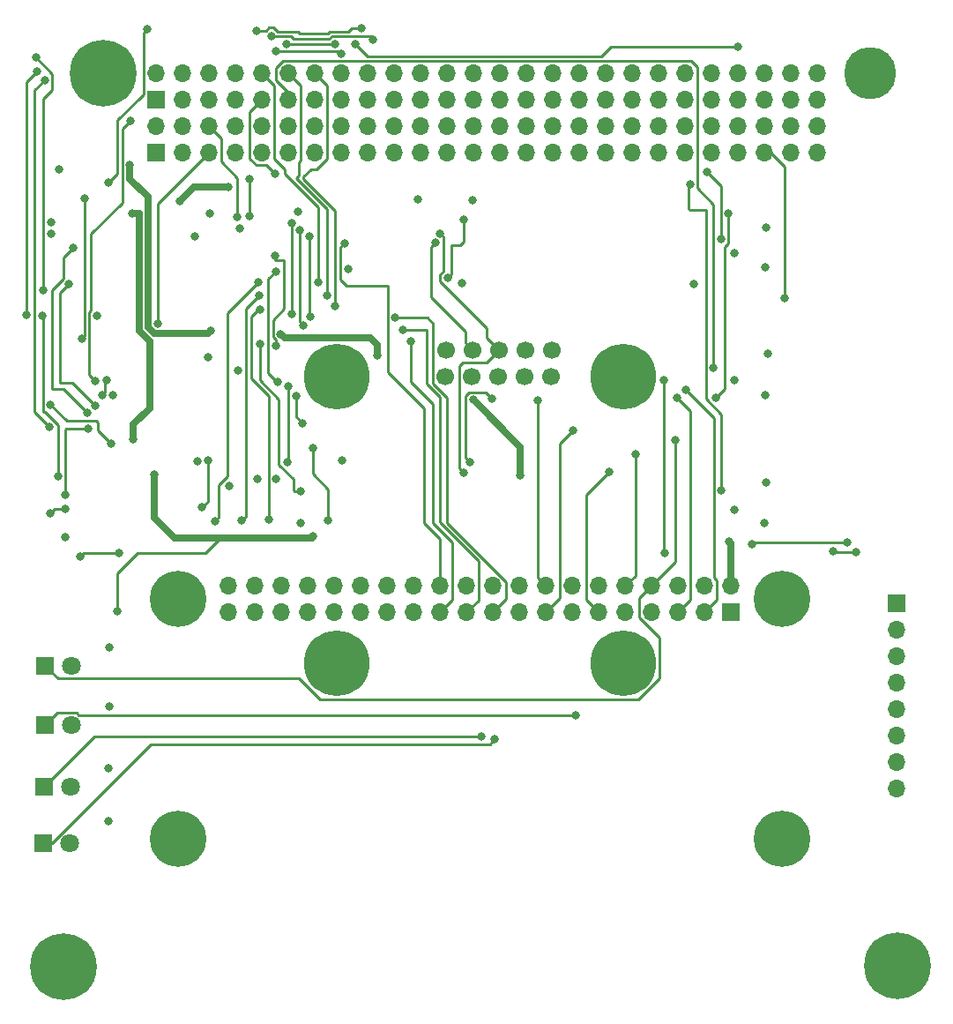
<source format=gbl>
%TF.GenerationSoftware,KiCad,Pcbnew,(6.0.5-0)*%
%TF.CreationDate,2022-05-22T21:56:00-04:00*%
%TF.ProjectId,Payload Board,5061796c-6f61-4642-9042-6f6172642e6b,rev?*%
%TF.SameCoordinates,Original*%
%TF.FileFunction,Copper,L4,Bot*%
%TF.FilePolarity,Positive*%
%FSLAX46Y46*%
G04 Gerber Fmt 4.6, Leading zero omitted, Abs format (unit mm)*
G04 Created by KiCad (PCBNEW (6.0.5-0)) date 2022-05-22 21:56:00*
%MOMM*%
%LPD*%
G01*
G04 APERTURE LIST*
%TA.AperFunction,ComponentPad*%
%ADD10C,5.400000*%
%TD*%
%TA.AperFunction,ComponentPad*%
%ADD11R,1.700000X1.700000*%
%TD*%
%TA.AperFunction,ComponentPad*%
%ADD12O,1.700000X1.700000*%
%TD*%
%TA.AperFunction,ComponentPad*%
%ADD13C,1.700000*%
%TD*%
%TA.AperFunction,ComponentPad*%
%ADD14C,6.300000*%
%TD*%
%TA.AperFunction,ComponentPad*%
%ADD15C,5.000000*%
%TD*%
%TA.AperFunction,ComponentPad*%
%ADD16C,6.400000*%
%TD*%
%TA.AperFunction,ComponentPad*%
%ADD17R,1.800000X1.800000*%
%TD*%
%TA.AperFunction,ComponentPad*%
%ADD18C,1.800000*%
%TD*%
%TA.AperFunction,ViaPad*%
%ADD19C,0.800000*%
%TD*%
%TA.AperFunction,Conductor*%
%ADD20C,0.250000*%
%TD*%
%TA.AperFunction,Conductor*%
%ADD21C,0.635000*%
%TD*%
G04 APERTURE END LIST*
D10*
%TO.P,U1,*%
%TO.N,*%
X125500000Y-133950000D03*
X67500000Y-110950000D03*
X67500000Y-133950000D03*
X125500000Y-110950000D03*
D11*
%TO.P,U1,1,3V3_power*%
%TO.N,+3V3*%
X120630000Y-112220000D03*
D12*
%TO.P,U1,2,5vV_Power*%
%TO.N,+5V*%
X120630000Y-109680000D03*
%TO.P,U1,3,BCM_2_(SDA)*%
%TO.N,BCM_2_(SDA)*%
X118090000Y-112220000D03*
%TO.P,U1,4,5vV_Power*%
%TO.N,+5V*%
X118090000Y-109680000D03*
%TO.P,U1,5,BCM_3_(SCL)*%
%TO.N,BCM_3_(SCL)*%
X115550000Y-112220000D03*
%TO.P,U1,6,GND*%
%TO.N,GND*%
X115550000Y-109680000D03*
%TO.P,U1,7,BCM_4_(GPCLKO)*%
%TO.N,unconnected-(U1-Pad7)*%
X113010000Y-112220000D03*
%TO.P,U1,8,BCM_14_(TxD)*%
%TO.N,BCM_14_(TxD)*%
X113010000Y-109680000D03*
%TO.P,U1,9,GND*%
%TO.N,GND*%
X110470000Y-112220000D03*
%TO.P,U1,10,BCM_15_(RxD)*%
%TO.N,BCM_15_(RxD)*%
X110470000Y-109680000D03*
%TO.P,U1,11,BCM_17*%
%TO.N,BCM_17*%
X107930000Y-112220000D03*
%TO.P,U1,12,BCM_18_(PWMO)*%
%TO.N,unconnected-(U1-Pad12)*%
X107930000Y-109680000D03*
%TO.P,U1,13,BCM_27*%
%TO.N,BCM_27*%
X105390000Y-112220000D03*
%TO.P,U1,14,GND*%
%TO.N,GND*%
X105390000Y-109680000D03*
%TO.P,U1,15,BCM_22*%
%TO.N,BCM_22*%
X102850000Y-112220000D03*
%TO.P,U1,16,BCM_23*%
%TO.N,BCM_23*%
X102850000Y-109680000D03*
%TO.P,U1,17,3V3_power*%
%TO.N,+3V3*%
X100310000Y-112220000D03*
%TO.P,U1,18,BCM_24*%
%TO.N,unconnected-(U1-Pad18)*%
X100310000Y-109680000D03*
%TO.P,U1,19,BCM_10_(MOSI)*%
%TO.N,BCM_10_(MOSI)*%
X97770000Y-112220000D03*
%TO.P,U1,20,GND*%
%TO.N,GND*%
X97770000Y-109680000D03*
%TO.P,U1,21,BCM_9_(MISO)*%
%TO.N,BCM_9_(MISO)*%
X95230000Y-112220000D03*
%TO.P,U1,22,BCM_25*%
%TO.N,BCM_25*%
X95230000Y-109680000D03*
%TO.P,U1,23,BCM_11_(SCLK)*%
%TO.N,BCM_11_(SCLK)*%
X92690000Y-112220000D03*
%TO.P,U1,24,BCM_8_(CE0)*%
%TO.N,BCM_8_(CE0)*%
X92690000Y-109680000D03*
%TO.P,U1,25,GND*%
%TO.N,GND*%
X90150000Y-112220000D03*
%TO.P,U1,26,BCM_7_(CE1)*%
%TO.N,unconnected-(U1-Pad26)*%
X90150000Y-109680000D03*
%TO.P,U1,27,BCM_0_(ID_SD)*%
%TO.N,unconnected-(U1-Pad27)*%
X87610000Y-112220000D03*
%TO.P,U1,28,BCN_l_(ID_SC)*%
%TO.N,unconnected-(U1-Pad28)*%
X87610000Y-109680000D03*
%TO.P,U1,29,BCM_5*%
%TO.N,unconnected-(U1-Pad29)*%
X85070000Y-112220000D03*
%TO.P,U1,30,GND*%
%TO.N,GND*%
X85070000Y-109680000D03*
%TO.P,U1,31,BCM_6*%
%TO.N,unconnected-(U1-Pad31)*%
X82530000Y-112220000D03*
%TO.P,U1,32,BCM_12_(PWM0)*%
%TO.N,unconnected-(U1-Pad32)*%
X82530000Y-109680000D03*
%TO.P,U1,33,BCM_13_(PWM1)*%
%TO.N,unconnected-(U1-Pad33)*%
X79990000Y-112220000D03*
%TO.P,U1,34,GND*%
%TO.N,unconnected-(U1-Pad34)*%
X79990000Y-109680000D03*
%TO.P,U1,35,BCM_19_(MISO)*%
%TO.N,unconnected-(U1-Pad35)*%
X77450000Y-112220000D03*
%TO.P,U1,36,BCM_16*%
%TO.N,H2_14*%
X77450000Y-109680000D03*
%TO.P,U1,37,BCM_26*%
%TO.N,unconnected-(U1-Pad37)*%
X74910000Y-112220000D03*
%TO.P,U1,38,BCM_20_(MOSI)*%
%TO.N,H2_12*%
X74910000Y-109680000D03*
%TO.P,U1,39,GND*%
%TO.N,GND*%
X72370000Y-112220000D03*
%TO.P,U1,40,BCM_21_(SCLK)*%
%TO.N,H2_10*%
X72370000Y-109680000D03*
%TD*%
D13*
%TO.P,U7,*%
%TO.N,*%
X103380000Y-89590000D03*
X93220000Y-89590000D03*
X100840000Y-89590000D03*
D14*
X110280000Y-117090000D03*
X110280000Y-89590000D03*
D13*
X95760000Y-89590000D03*
D14*
X82780000Y-117090000D03*
D13*
X98300000Y-89590000D03*
D14*
X82780000Y-89590000D03*
D13*
%TO.P,U7,1,+5v*%
%TO.N,+5V*%
X93258334Y-87072480D03*
%TO.P,U7,2,Tx*%
%TO.N,Rx*%
X95798334Y-87072480D03*
%TO.P,U7,3,Rx*%
%TO.N,Tx*%
X98338334Y-87072480D03*
%TO.P,U7,4,GND*%
%TO.N,GND*%
X100878334Y-87072480D03*
%TO.P,U7,5,RST*%
%TO.N,BCM_23*%
X103418334Y-87072480D03*
%TD*%
D11*
%TO.P,J1,1,Pin_1*%
%TO.N,+5V*%
X136580000Y-111370000D03*
D12*
%TO.P,J1,2,Pin_2*%
%TO.N,+3V3*%
X136580000Y-113910000D03*
%TO.P,J1,3,Pin_3*%
%TO.N,H2_14*%
X136580000Y-116450000D03*
%TO.P,J1,4,Pin_4*%
%TO.N,H2_12*%
X136580000Y-118990000D03*
%TO.P,J1,5,Pin_5*%
%TO.N,H2_10*%
X136580000Y-121530000D03*
%TO.P,J1,6,Pin_6*%
%TO.N,BCM_14_(TxD)*%
X136580000Y-124070000D03*
%TO.P,J1,7,Pin_7*%
%TO.N,BCM_15_(RxD)*%
X136580000Y-126610000D03*
%TO.P,J1,8,Pin_8*%
%TO.N,GND*%
X136580000Y-129150000D03*
%TD*%
D11*
%TO.P,H1,1,Pin_1*%
%TO.N,unconnected-(H1-Pad1)*%
X65448128Y-68081662D03*
D12*
%TO.P,H1,2,Pin_2*%
%TO.N,unconnected-(H1-Pad2)*%
X65448128Y-65541662D03*
%TO.P,H1,3,Pin_3*%
%TO.N,unconnected-(H1-Pad3)*%
X67988128Y-68081662D03*
%TO.P,H1,4,Pin_4*%
%TO.N,unconnected-(H1-Pad4)*%
X67988128Y-65531662D03*
%TO.P,H1,5,Pin_5*%
%TO.N,H1_5*%
X70528128Y-68081662D03*
%TO.P,H1,6,Pin_6*%
%TO.N,H1_6*%
X70528128Y-65531662D03*
%TO.P,H1,7,Pin_7*%
%TO.N,H1_7*%
X73068128Y-68081662D03*
%TO.P,H1,8,Pin_8*%
%TO.N,H1_8*%
X73068128Y-65531662D03*
%TO.P,H1,9,Pin_9*%
%TO.N,unconnected-(H1-Pad9)*%
X75608128Y-68081662D03*
%TO.P,H1,10,Pin_10*%
%TO.N,unconnected-(H1-Pad10)*%
X75608128Y-65531662D03*
%TO.P,H1,11,Pin_11*%
%TO.N,unconnected-(H1-Pad11)*%
X78148128Y-68081662D03*
%TO.P,H1,12,Pin_12*%
%TO.N,unconnected-(H1-Pad12)*%
X78148128Y-65531662D03*
%TO.P,H1,13,Pin_13*%
%TO.N,GND*%
X80688128Y-68081662D03*
%TO.P,H1,14,Pin_14*%
%TO.N,unconnected-(H1-Pad14)*%
X80688128Y-65531662D03*
%TO.P,H1,15,Pin_15*%
%TO.N,unconnected-(H1-Pad15)*%
X83228128Y-68081662D03*
%TO.P,H1,16,Pin_16*%
%TO.N,unconnected-(H1-Pad16)*%
X83228128Y-65531662D03*
%TO.P,H1,17,Pin_17*%
%TO.N,unconnected-(H1-Pad17)*%
X85768128Y-68081662D03*
%TO.P,H1,18,Pin_18*%
%TO.N,unconnected-(H1-Pad18)*%
X85768128Y-65531662D03*
%TO.P,H1,19,Pin_19*%
%TO.N,unconnected-(H1-Pad19)*%
X88308128Y-68081662D03*
%TO.P,H1,20,Pin_20*%
%TO.N,unconnected-(H1-Pad20)*%
X88308128Y-65531662D03*
%TO.P,H1,21,Pin_21*%
%TO.N,unconnected-(H1-Pad21)*%
X90848128Y-68081662D03*
%TO.P,H1,22,Pin_22*%
%TO.N,unconnected-(H1-Pad22)*%
X90848128Y-65531662D03*
%TO.P,H1,23,Pin_23*%
%TO.N,unconnected-(H1-Pad23)*%
X93388128Y-68081662D03*
%TO.P,H1,24,Pin_24*%
%TO.N,unconnected-(H1-Pad24)*%
X93388128Y-65531662D03*
%TO.P,H1,25,Pin_25*%
%TO.N,unconnected-(H1-Pad25)*%
X95928128Y-68081662D03*
%TO.P,H1,26,Pin_26*%
%TO.N,unconnected-(H1-Pad26)*%
X95928128Y-65531662D03*
%TO.P,H1,27,Pin_27*%
%TO.N,unconnected-(H1-Pad27)*%
X98468128Y-68081662D03*
%TO.P,H1,28,Pin_28*%
%TO.N,unconnected-(H1-Pad28)*%
X98468128Y-65531662D03*
%TO.P,H1,29,Pin_29*%
%TO.N,unconnected-(H1-Pad29)*%
X101008128Y-68081662D03*
%TO.P,H1,30,Pin_30*%
%TO.N,unconnected-(H1-Pad30)*%
X101008128Y-65531662D03*
%TO.P,H1,31,Pin_31*%
%TO.N,unconnected-(H1-Pad31)*%
X103548128Y-68081662D03*
%TO.P,H1,32,Pin_32*%
%TO.N,unconnected-(H1-Pad32)*%
X103548128Y-65531662D03*
%TO.P,H1,33,Pin_33*%
%TO.N,unconnected-(H1-Pad33)*%
X106088128Y-68081662D03*
%TO.P,H1,34,Pin_34*%
%TO.N,unconnected-(H1-Pad34)*%
X106088128Y-65531662D03*
%TO.P,H1,35,Pin_35*%
%TO.N,unconnected-(H1-Pad35)*%
X108628128Y-68081662D03*
%TO.P,H1,36,Pin_36*%
%TO.N,unconnected-(H1-Pad36)*%
X108628128Y-65531662D03*
%TO.P,H1,37,Pin_37*%
%TO.N,unconnected-(H1-Pad37)*%
X111168128Y-68081662D03*
%TO.P,H1,38,Pin_38*%
%TO.N,unconnected-(H1-Pad38)*%
X111168128Y-65531662D03*
%TO.P,H1,39,Pin_39*%
%TO.N,unconnected-(H1-Pad39)*%
X113708128Y-68081662D03*
%TO.P,H1,40,Pin_40*%
%TO.N,unconnected-(H1-Pad40)*%
X113708128Y-65531662D03*
%TO.P,H1,41,Pin_41*%
%TO.N,unconnected-(H1-Pad41)*%
X116248128Y-68081662D03*
%TO.P,H1,42,Pin_42*%
%TO.N,GND*%
X116248128Y-65531662D03*
%TO.P,H1,43,Pin_43*%
%TO.N,unconnected-(H1-Pad43)*%
X118788128Y-68081662D03*
%TO.P,H1,44,Pin_44*%
%TO.N,unconnected-(H1-Pad44)*%
X118788128Y-65531662D03*
%TO.P,H1,45,Pin_45*%
%TO.N,H1_45*%
X121328128Y-68081662D03*
%TO.P,H1,46,Pin_46*%
%TO.N,GND*%
X121328128Y-65531662D03*
%TO.P,H1,47,Pin_47*%
%TO.N,H1_47*%
X123868128Y-68081662D03*
%TO.P,H1,48,Pin_48*%
%TO.N,unconnected-(H1-Pad48)*%
X123868128Y-65531662D03*
%TO.P,H1,49,Pin_49*%
%TO.N,unconnected-(H1-Pad49)*%
X126408128Y-68081662D03*
%TO.P,H1,50,Pin_50*%
%TO.N,GND*%
X126408128Y-65531662D03*
%TO.P,H1,51,Pin_51*%
%TO.N,5v_IC_power*%
X128948128Y-68081662D03*
%TO.P,H1,52,Pin_52*%
%TO.N,unconnected-(H1-Pad52)*%
X128948128Y-65531662D03*
%TD*%
D11*
%TO.P,H2,1,Pin_1*%
%TO.N,unconnected-(H2-Pad1)*%
X65448128Y-63001662D03*
D12*
%TO.P,H2,2,Pin_2*%
%TO.N,GND*%
X65448128Y-60461662D03*
%TO.P,H2,3,Pin_3*%
%TO.N,unconnected-(H2-Pad3)*%
X67988128Y-63001662D03*
%TO.P,H2,4,Pin_4*%
%TO.N,unconnected-(H2-Pad4)*%
X67988128Y-60451662D03*
%TO.P,H2,5,Pin_5*%
%TO.N,unconnected-(H2-Pad5)*%
X70528128Y-63001662D03*
%TO.P,H2,6,Pin_6*%
%TO.N,unconnected-(H2-Pad6)*%
X70528128Y-60451662D03*
%TO.P,H2,7,Pin_7*%
%TO.N,unconnected-(H2-Pad7)*%
X73068128Y-63001662D03*
%TO.P,H2,8,Pin_8*%
%TO.N,unconnected-(H2-Pad8)*%
X73068128Y-60451662D03*
%TO.P,H2,9,Pin_9*%
%TO.N,H2_9*%
X75608128Y-63001662D03*
%TO.P,H2,10,Pin_10*%
%TO.N,H2_10*%
X75608128Y-60451662D03*
%TO.P,H2,11,Pin_11*%
%TO.N,H2_11*%
X78148128Y-63001662D03*
%TO.P,H2,12,Pin_12*%
%TO.N,H2_12*%
X78148128Y-60451662D03*
%TO.P,H2,13,Pin_13*%
%TO.N,H2_13*%
X80688128Y-63001662D03*
%TO.P,H2,14,Pin_14*%
%TO.N,H2_14*%
X80688128Y-60451662D03*
%TO.P,H2,15,Pin_15*%
%TO.N,GND*%
X83228128Y-63001662D03*
%TO.P,H2,16,Pin_16*%
%TO.N,H2_16*%
X83228128Y-60451662D03*
%TO.P,H2,17,Pin_17*%
%TO.N,H2_17*%
X85768128Y-63001662D03*
%TO.P,H2,18,Pin_18*%
%TO.N,H2_18*%
X85768128Y-60451662D03*
%TO.P,H2,19,Pin_19*%
%TO.N,unconnected-(H2-Pad19)*%
X88308128Y-63001662D03*
%TO.P,H2,20,Pin_20*%
%TO.N,H2_20*%
X88308128Y-60451662D03*
%TO.P,H2,21,Pin_21*%
%TO.N,unconnected-(H2-Pad21)*%
X90848128Y-63001662D03*
%TO.P,H2,22,Pin_22*%
%TO.N,unconnected-(H2-Pad22)*%
X90848128Y-60451662D03*
%TO.P,H2,23,Pin_23*%
%TO.N,unconnected-(H2-Pad23)*%
X93388128Y-63001662D03*
%TO.P,H2,24,Pin_24*%
%TO.N,unconnected-(H2-Pad24)*%
X93388128Y-60451662D03*
%TO.P,H2,25,Pin_25*%
%TO.N,unconnected-(H2-Pad25)*%
X95928128Y-63001662D03*
%TO.P,H2,26,Pin_26*%
%TO.N,unconnected-(H2-Pad26)*%
X95928128Y-60451662D03*
%TO.P,H2,27,Pin_27*%
%TO.N,unconnected-(H2-Pad27)*%
X98468128Y-63001662D03*
%TO.P,H2,28,Pin_28*%
%TO.N,unconnected-(H2-Pad28)*%
X98468128Y-60451662D03*
%TO.P,H2,29,Pin_29*%
%TO.N,GND*%
X101008128Y-63001662D03*
%TO.P,H2,30,Pin_30*%
X101008128Y-60451662D03*
%TO.P,H2,31,Pin_31*%
X103548128Y-63001662D03*
%TO.P,H2,32,Pin_32*%
X103548128Y-60451662D03*
%TO.P,H2,33,Pin_33*%
%TO.N,unconnected-(H2-Pad33)*%
X106088128Y-63001662D03*
%TO.P,H2,34,Pin_34*%
%TO.N,unconnected-(H2-Pad34)*%
X106088128Y-60451662D03*
%TO.P,H2,35,Pin_35*%
%TO.N,unconnected-(H2-Pad35)*%
X108628128Y-63001662D03*
%TO.P,H2,36,Pin_36*%
%TO.N,unconnected-(H2-Pad36)*%
X108628128Y-60451662D03*
%TO.P,H2,37,Pin_37*%
%TO.N,unconnected-(H2-Pad37)*%
X111168128Y-63001662D03*
%TO.P,H2,38,Pin_38*%
%TO.N,unconnected-(H2-Pad38)*%
X111168128Y-60451662D03*
%TO.P,H2,39,Pin_39*%
%TO.N,unconnected-(H2-Pad39)*%
X113708128Y-63001662D03*
%TO.P,H2,40,Pin_40*%
%TO.N,unconnected-(H2-Pad40)*%
X113708128Y-60451662D03*
%TO.P,H2,41,Pin_41*%
%TO.N,unconnected-(H2-Pad41)*%
X116248128Y-63001662D03*
%TO.P,H2,42,Pin_42*%
%TO.N,unconnected-(H2-Pad42)*%
X116248128Y-60451662D03*
%TO.P,H2,43,Pin_43*%
%TO.N,unconnected-(H2-Pad43)*%
X118788128Y-63001662D03*
%TO.P,H2,44,Pin_44*%
%TO.N,unconnected-(H2-Pad44)*%
X118788128Y-60451662D03*
%TO.P,H2,45,Pin_45*%
%TO.N,unconnected-(H2-Pad45)*%
X121328128Y-63001662D03*
%TO.P,H2,46,Pin_46*%
%TO.N,unconnected-(H2-Pad46)*%
X121328128Y-60451662D03*
%TO.P,H2,47,Pin_47*%
%TO.N,unconnected-(H2-Pad47)*%
X123868128Y-63001662D03*
%TO.P,H2,48,Pin_48*%
%TO.N,unconnected-(H2-Pad48)*%
X123868128Y-60451662D03*
%TO.P,H2,49,Pin_49*%
%TO.N,unconnected-(H2-Pad49)*%
X126408128Y-63001662D03*
%TO.P,H2,50,Pin_50*%
%TO.N,unconnected-(H2-Pad50)*%
X126408128Y-60451662D03*
%TO.P,H2,51,Pin_51*%
%TO.N,unconnected-(H2-Pad51)*%
X128948128Y-63001662D03*
%TO.P,H2,52,Pin_52*%
%TO.N,unconnected-(H2-Pad52)*%
X128948128Y-60451662D03*
%TD*%
D15*
%TO.P,REF\u002A\u002A,*%
%TO.N,GND*%
X134028128Y-60461662D03*
%TD*%
D16*
%TO.P,REF\u002A\u002A,*%
%TO.N,GND*%
X60368128Y-60461662D03*
%TD*%
D17*
%TO.P,D3,1,K*%
%TO.N,Tx*%
X54673334Y-128972480D03*
D18*
%TO.P,D3,2,A*%
%TO.N,Net-(D3-Pad2)*%
X57213334Y-128972480D03*
%TD*%
D16*
%TO.P,REF\u002A\u002A,*%
%TO.N,GND*%
X56558128Y-146186662D03*
%TD*%
D17*
%TO.P,D1,1,K*%
%TO.N,BCM_14_(TxD)*%
X54773334Y-117322480D03*
D18*
%TO.P,D1,2,A*%
%TO.N,Net-(D1-Pad2)*%
X57313334Y-117322480D03*
%TD*%
D16*
%TO.P,REF\u002A\u002A,*%
%TO.N,GND*%
X136603128Y-146126662D03*
%TD*%
D17*
%TO.P,D2,1,K*%
%TO.N,BCM_15_(RxD)*%
X54743334Y-123062480D03*
D18*
%TO.P,D2,2,A*%
%TO.N,Net-(D2-Pad2)*%
X57283334Y-123062480D03*
%TD*%
D17*
%TO.P,D4,1,K*%
%TO.N,Rx*%
X54593334Y-134412480D03*
D18*
%TO.P,D4,2,A*%
%TO.N,Net-(D4-Pad2)*%
X57133334Y-134412480D03*
%TD*%
D19*
%TO.N,GND*%
X124050000Y-99730000D03*
X56718323Y-105002480D03*
X79288334Y-103622480D03*
X59740000Y-83730000D03*
X94830000Y-80630000D03*
X83840000Y-79220000D03*
X61247154Y-91359422D03*
X120980000Y-102340000D03*
X117060000Y-80680000D03*
X124150000Y-87350000D03*
X56108334Y-69712480D03*
X83268334Y-97622480D03*
X95780000Y-72620000D03*
X120950000Y-77750000D03*
X69428334Y-97752480D03*
X73280000Y-88970000D03*
X55332834Y-75872480D03*
X124020000Y-75260000D03*
X120940000Y-89960000D03*
X73470000Y-75350000D03*
%TO.N,+3V3*%
X79018334Y-73772480D03*
X76964500Y-99402480D03*
X123900000Y-79080000D03*
X123890000Y-91360000D03*
X60858334Y-127202480D03*
X60818334Y-132262480D03*
X69140000Y-76090000D03*
X60948334Y-121212480D03*
X60948334Y-115572480D03*
X55332834Y-74772480D03*
X70550000Y-73950000D03*
X90610000Y-72590000D03*
X72440000Y-100050000D03*
X123880000Y-103600000D03*
X75150000Y-99390000D03*
X70390000Y-87730000D03*
%TO.N,H1_8*%
X74362548Y-70597242D03*
X74373949Y-74155641D03*
%TO.N,Tx*%
X94978334Y-98772480D03*
X92681678Y-75833803D03*
X96658334Y-124142480D03*
%TO.N,Rx*%
X95578334Y-97784500D03*
X97708334Y-91672480D03*
X92260000Y-76740000D03*
X97978334Y-124362480D03*
%TO.N,H1_5*%
X65608334Y-84463480D03*
%TO.N,BCM_23*%
X102060000Y-91850000D03*
%TO.N,H1_45*%
X59600000Y-90040000D03*
X62988334Y-65012480D03*
%TO.N,Net-(U10-Pad6)*%
X81938334Y-103352480D03*
X80488334Y-96456980D03*
%TO.N,Net-(U10-Pad1)*%
X58888334Y-94592480D03*
X56738334Y-100962480D03*
%TO.N,Net-(R5-Pad1)*%
X93420000Y-80120000D03*
X95010000Y-74530000D03*
%TO.N,H1_47*%
X76918334Y-79482480D03*
X125768334Y-82012480D03*
X77108334Y-90102480D03*
%TO.N,5v_IC_power*%
X63168334Y-73922480D03*
X80518334Y-104922480D03*
X65268334Y-98947480D03*
X72325541Y-71337815D03*
X61668334Y-112122480D03*
X63243334Y-95622480D03*
X67668334Y-72722480D03*
%TO.N,H2_9*%
X119690000Y-76410000D03*
X76880000Y-70140000D03*
X118310000Y-69910000D03*
%TO.N,H2_10*%
X71060000Y-103470000D03*
X75260000Y-80550000D03*
X81040000Y-80550000D03*
%TO.N,H2_11*%
X118965000Y-88740000D03*
%TO.N,H2_12*%
X73650000Y-103410000D03*
X81810000Y-81790000D03*
X75310000Y-81810000D03*
%TO.N,H2_13*%
X116698629Y-71129500D03*
X84589269Y-57678880D03*
X119725000Y-100540000D03*
X121293334Y-57897480D03*
%TO.N,H2_14*%
X82620000Y-82830000D03*
X75388334Y-83142480D03*
X76240000Y-103330000D03*
%TO.N,H2_16*%
X55258334Y-102712480D03*
X76948334Y-58352480D03*
X83218334Y-58552161D03*
X55168334Y-94412480D03*
X56718334Y-102272480D03*
X54720480Y-61124898D03*
%TO.N,H2_17*%
X60878334Y-70982480D03*
X85193334Y-56178969D03*
X75068334Y-56397980D03*
X64598334Y-56222480D03*
%TO.N,H2_18*%
X82616551Y-57627980D03*
X61832834Y-106522480D03*
X77928334Y-57627980D03*
X58128334Y-106892480D03*
X56012834Y-99176980D03*
X54543334Y-83722480D03*
X53018334Y-83672480D03*
X53958334Y-60312480D03*
%TO.N,H2_20*%
X76508334Y-56903469D03*
X54608334Y-81312480D03*
X86293334Y-57222480D03*
X61118334Y-95995540D03*
X53889162Y-58968308D03*
X55269406Y-92272480D03*
%TO.N,Net-(IC1-Pad3)*%
X58528334Y-72512480D03*
X75398334Y-86452480D03*
X79298334Y-100582480D03*
X58290499Y-85912480D03*
%TO.N,BCM_25*%
X78090000Y-90510000D03*
X77998334Y-97784500D03*
X76818334Y-77947480D03*
X76917834Y-86622480D03*
%TO.N,H1_6*%
X73250000Y-74250000D03*
%TO.N,+5V*%
X62924500Y-69272480D03*
X120418334Y-105402480D03*
X86643334Y-87547480D03*
X100428334Y-99032480D03*
X95908334Y-91802480D03*
X70668334Y-85187980D03*
X77393334Y-85497480D03*
%TO.N,BCM_2_(SDA)*%
X116340000Y-90880000D03*
X60660000Y-89950000D03*
X60248450Y-91399501D03*
%TO.N,BCM_3_(SCL)*%
X79510000Y-94030000D03*
X78890000Y-91420000D03*
X115450000Y-91615000D03*
%TO.N,BCM_15_(RxD)*%
X57449999Y-77260000D03*
X122693334Y-105666108D03*
X111460000Y-97060000D03*
X58858121Y-93085515D03*
X105738334Y-122062480D03*
X131775206Y-105540608D03*
%TO.N,BCM_14_(TxD)*%
X115300000Y-95700000D03*
X59578334Y-92392480D03*
X57070000Y-80680000D03*
X130468334Y-106347480D03*
X132625206Y-106390608D03*
%TO.N,BCM_17*%
X108980000Y-98720000D03*
%TO.N,BCM_27*%
X114240000Y-106530000D03*
X114174919Y-89934801D03*
%TO.N,BCM_22*%
X120415000Y-73900000D03*
X119189154Y-91630846D03*
X105460000Y-94760000D03*
%TO.N,BCM_10_(MOSI)*%
X80150000Y-76137500D03*
X88402834Y-83912480D03*
X80230000Y-83800000D03*
%TO.N,BCM_9_(MISO)*%
X79560000Y-84700000D03*
X79199510Y-75502500D03*
X89158334Y-85092480D03*
%TO.N,BCM_11_(SCLK)*%
X89882834Y-86232480D03*
X78440000Y-74830000D03*
X78475010Y-83604500D03*
%TO.N,BCM_8_(CE0)*%
X83518334Y-76772000D03*
%TO.N,Net-(U10-Pad3)*%
X69848334Y-102142480D03*
X70423113Y-97655428D03*
%TD*%
D20*
%TO.N,H1_8*%
X74373949Y-74155641D02*
X74373949Y-70608643D01*
X74373949Y-70608643D02*
X74362548Y-70597242D01*
%TO.N,Tx*%
X97163823Y-88246991D02*
X98338334Y-87072480D01*
X94862813Y-88246991D02*
X97163823Y-88246991D01*
X94585489Y-88524315D02*
X94862813Y-88246991D01*
X54673334Y-128972480D02*
X59503334Y-124142480D01*
X97135802Y-84908804D02*
X97135802Y-85869948D01*
X92695000Y-79771998D02*
X92695000Y-80468002D01*
X92681678Y-75833803D02*
X92984511Y-76136636D01*
X97135802Y-85869948D02*
X98338334Y-87072480D01*
X92695000Y-80468002D02*
X97135802Y-84908804D01*
X94585489Y-98379635D02*
X94585489Y-88524315D01*
X94978334Y-98772480D02*
X94585489Y-98379635D01*
X59503334Y-124142480D02*
X96658334Y-124142480D01*
X92984511Y-79482487D02*
X92695000Y-79771998D01*
X92984511Y-76136636D02*
X92984511Y-79482487D01*
%TO.N,Rx*%
X97113823Y-91077969D02*
X97708334Y-91672480D01*
X92260000Y-76740000D02*
X91860001Y-77139999D01*
X95522845Y-91077969D02*
X97113823Y-91077969D01*
X95578334Y-97784500D02*
X95183823Y-97389989D01*
X97473823Y-124866991D02*
X97978334Y-124362480D01*
X95183823Y-97389989D02*
X95183823Y-91416991D01*
X55401613Y-134412480D02*
X64947102Y-124866991D01*
X91860001Y-77139999D02*
X91860001Y-81966999D01*
X54593334Y-134412480D02*
X55401613Y-134412480D01*
X64947102Y-124866991D02*
X97473823Y-124866991D01*
X95183823Y-91416991D02*
X95522845Y-91077969D01*
X91860001Y-81966999D02*
X95125001Y-85231999D01*
X95125001Y-85231999D02*
X95125001Y-86399147D01*
X95125001Y-86399147D02*
X95798334Y-87072480D01*
%TO.N,H1_5*%
X65608334Y-84463480D02*
X65608334Y-73001456D01*
X70528128Y-68081662D02*
X65608334Y-73001456D01*
%TO.N,BCM_23*%
X102060000Y-108890000D02*
X102850000Y-109680000D01*
X102060000Y-91850000D02*
X102060000Y-108890000D01*
%TO.N,H1_45*%
X62200000Y-72870814D02*
X59184999Y-75885815D01*
X62200000Y-65800814D02*
X62200000Y-72870814D01*
X59014999Y-83381999D02*
X59014999Y-89454999D01*
X59184999Y-83211999D02*
X59014999Y-83381999D01*
X59600000Y-90040000D02*
X59184999Y-89624999D01*
X62988334Y-65012480D02*
X62200000Y-65800814D01*
X59014999Y-89454999D02*
X59600000Y-90040000D01*
X59184999Y-75885815D02*
X59184999Y-83211999D01*
%TO.N,Net-(U10-Pad6)*%
X80488334Y-98932480D02*
X80488334Y-96456980D01*
X81938334Y-103352480D02*
X81938334Y-100382480D01*
X81938334Y-100382480D02*
X80488334Y-98932480D01*
%TO.N,Net-(U10-Pad1)*%
X58888334Y-94592480D02*
X56778334Y-94592480D01*
X56778334Y-94592480D02*
X56738334Y-94632480D01*
X56738334Y-94632480D02*
X56738334Y-100962480D01*
%TO.N,Net-(R5-Pad1)*%
X93750000Y-77000000D02*
X93750000Y-79790000D01*
X93750000Y-79790000D02*
X93420000Y-80120000D01*
X95010000Y-76620000D02*
X95010000Y-74530000D01*
X93750000Y-77000000D02*
X94630000Y-77000000D01*
X94630000Y-77000000D02*
X95010000Y-76620000D01*
%TO.N,H1_47*%
X77108334Y-90102480D02*
X77023334Y-90102480D01*
X76193334Y-80207480D02*
X76918334Y-79482480D01*
X76193334Y-89272480D02*
X76193334Y-80207480D01*
X125768334Y-69402616D02*
X124157754Y-67792036D01*
X77023334Y-90102480D02*
X76193334Y-89272480D01*
X125768334Y-82012480D02*
X125768334Y-69402616D01*
D21*
%TO.N,5v_IC_power*%
X80148334Y-105042480D02*
X80398334Y-105042480D01*
X72325541Y-71337815D02*
X69052999Y-71337815D01*
X65268334Y-98947480D02*
X65268334Y-103147480D01*
X63856803Y-73972480D02*
X63806803Y-73922480D01*
X63243334Y-95622480D02*
X63243334Y-94172480D01*
X64818334Y-92597480D02*
X64818334Y-86177670D01*
X63890739Y-85250075D02*
X63856803Y-85216138D01*
X63243334Y-94172480D02*
X64818334Y-92597480D01*
X63856803Y-85216138D02*
X63856803Y-73972480D01*
X64818334Y-86177670D02*
X63890739Y-85250075D01*
X65268334Y-103147480D02*
X67163334Y-105042480D01*
X80398334Y-105042480D02*
X80518334Y-104922480D01*
D20*
X63638334Y-106522480D02*
X70127866Y-106522480D01*
D21*
X69052999Y-71337815D02*
X67668334Y-72722480D01*
D20*
X70127866Y-106522480D02*
X71607866Y-105042480D01*
D21*
X67163334Y-105042480D02*
X70848334Y-105042480D01*
X70848334Y-105042480D02*
X71607866Y-105042480D01*
X63806803Y-73922480D02*
X63168334Y-73922480D01*
X70848334Y-105042480D02*
X80148334Y-105042480D01*
D20*
X61668334Y-112122480D02*
X61668334Y-108492480D01*
X61668334Y-108492480D02*
X63638334Y-106522480D01*
%TO.N,H2_9*%
X119690000Y-76410000D02*
X119690000Y-72686998D01*
X75044127Y-69256663D02*
X74433127Y-68645663D01*
X74433127Y-64176663D02*
X75608128Y-63001662D01*
X75996663Y-69256663D02*
X75044127Y-69256663D01*
X74433127Y-68645663D02*
X74433127Y-64176663D01*
X119690000Y-72686998D02*
X119690000Y-71290000D01*
X76880000Y-70140000D02*
X75996663Y-69256663D01*
X119690000Y-71290000D02*
X118310000Y-69910000D01*
%TO.N,H2_10*%
X77815474Y-69680000D02*
X76783129Y-68647655D01*
X76783129Y-61626663D02*
X75608128Y-60451662D01*
X72317927Y-83492073D02*
X75260000Y-80550000D01*
X77815474Y-70121296D02*
X77815474Y-69680000D01*
X71060000Y-103470000D02*
X71459999Y-103070001D01*
X81040000Y-80550000D02*
X81040000Y-73345822D01*
X71459999Y-100005387D02*
X72317927Y-99147459D01*
X72317927Y-99147459D02*
X72317927Y-83492073D01*
X81040000Y-73345822D02*
X77815474Y-70121296D01*
X76783129Y-68647655D02*
X76783129Y-61626663D01*
X71459999Y-103070001D02*
X71459999Y-100005387D01*
%TO.N,H2_11*%
X118965000Y-88740000D02*
X118965000Y-73035000D01*
X118965000Y-73035000D02*
X117423129Y-71493129D01*
X76918334Y-61125458D02*
X78148128Y-62355252D01*
X116812129Y-59276661D02*
X77584127Y-59276661D01*
X77584127Y-59276661D02*
X76918334Y-59942454D01*
X76918334Y-59942454D02*
X76918334Y-61125458D01*
X78148128Y-62355252D02*
X78148128Y-63001662D01*
X117423129Y-71493129D02*
X117423129Y-59887661D01*
X117423129Y-59887661D02*
X116812129Y-59276661D01*
%TO.N,H2_12*%
X79323129Y-61626663D02*
X78148128Y-60451662D01*
X81810000Y-81790000D02*
X81810000Y-73479412D01*
X79323129Y-68811661D02*
X79323129Y-61626663D01*
X74049999Y-103010001D02*
X74049999Y-83070001D01*
X79101787Y-70297623D02*
X78864999Y-70534411D01*
X74049999Y-83070001D02*
X75310000Y-81810000D01*
X81810000Y-73479412D02*
X78864999Y-70534411D01*
X79101787Y-69033003D02*
X79323129Y-68811661D01*
X73650000Y-103410000D02*
X74049999Y-103010001D01*
X79101787Y-69033003D02*
X79101787Y-70297623D01*
%TO.N,H2_13*%
X108163673Y-58827141D02*
X85737530Y-58827141D01*
X118240000Y-91706998D02*
X118240000Y-73540000D01*
X119725000Y-93191998D02*
X118240000Y-91706998D01*
X121293334Y-57897480D02*
X109093334Y-57897480D01*
X85737530Y-58827141D02*
X84589269Y-57678880D01*
X116568334Y-71259795D02*
X116568334Y-73447480D01*
X109093334Y-57897480D02*
X108163673Y-58827141D01*
X116660854Y-73540000D02*
X118240000Y-73540000D01*
X116698629Y-71129500D02*
X116568334Y-71259795D01*
X119725000Y-100540000D02*
X119725000Y-93191998D01*
X116568334Y-73447480D02*
X116660854Y-73540000D01*
%TO.N,H2_14*%
X75388334Y-83142480D02*
X75238334Y-83142480D01*
X81863129Y-61626663D02*
X80688128Y-60451662D01*
X74588334Y-89761336D02*
X76240000Y-91413002D01*
X75238334Y-83142480D02*
X74588334Y-83792480D01*
X74588334Y-83792480D02*
X74588334Y-89761336D01*
X79589999Y-70405000D02*
X80314999Y-69680000D01*
X82620000Y-73653002D02*
X79589999Y-70623001D01*
X76240000Y-91413002D02*
X76240000Y-103330000D01*
X81863129Y-68645663D02*
X81863129Y-61626663D01*
X79589999Y-70623001D02*
X79589999Y-70405000D01*
X80314999Y-69680000D02*
X80828792Y-69680000D01*
X80828792Y-69680000D02*
X81863129Y-68645663D01*
X82620000Y-82830000D02*
X82620000Y-73653002D01*
%TO.N,H2_16*%
X76948334Y-58352480D02*
X83018653Y-58352480D01*
X83018653Y-58352480D02*
X83218334Y-58552161D01*
X53748334Y-92992480D02*
X55168334Y-94412480D01*
X53748334Y-81802480D02*
X53748334Y-92992480D01*
X55698334Y-102272480D02*
X55258334Y-102712480D01*
X53748334Y-62097044D02*
X54720480Y-61124898D01*
X53748334Y-81802480D02*
X53748334Y-62097044D01*
X56718334Y-102272480D02*
X55698334Y-102272480D01*
%TO.N,H2_17*%
X83909803Y-56453949D02*
X84184783Y-56178969D01*
X82130250Y-56453949D02*
X83909803Y-56453949D01*
X75989209Y-56397980D02*
X76293334Y-56093855D01*
X84184783Y-56178969D02*
X85193334Y-56178969D01*
X64208334Y-62502480D02*
X64208334Y-56612480D01*
X79016507Y-56453949D02*
X79235038Y-56672480D01*
X81911719Y-56672480D02*
X82130250Y-56453949D01*
X63958334Y-62752480D02*
X64208334Y-62502480D01*
X61728334Y-64982480D02*
X63958334Y-62752480D01*
X76723334Y-56093855D02*
X77083428Y-56453949D01*
X79235038Y-56672480D02*
X81911719Y-56672480D01*
X76293334Y-56093855D02*
X76723334Y-56093855D01*
X61475489Y-70385325D02*
X61728334Y-70132480D01*
X60878334Y-70982480D02*
X61475489Y-70385325D01*
X77083428Y-56453949D02*
X79016507Y-56453949D01*
X64208334Y-56612480D02*
X64598334Y-56222480D01*
X61728334Y-70132480D02*
X61728334Y-64982480D01*
X75068334Y-56397980D02*
X75989209Y-56397980D01*
%TO.N,H2_18*%
X77928334Y-57627980D02*
X82616551Y-57627980D01*
X54544895Y-83724041D02*
X54543334Y-83722480D01*
X54593334Y-92972480D02*
X54544895Y-92924041D01*
X56012834Y-94216980D02*
X54768334Y-92972480D01*
X53958334Y-60312480D02*
X52948334Y-61322480D01*
X54544895Y-84249041D02*
X54544895Y-83724041D01*
X56012834Y-99176980D02*
X56012834Y-94216980D01*
X58128334Y-106892480D02*
X58498334Y-106522480D01*
X54544895Y-92924041D02*
X54544895Y-84249041D01*
X58498334Y-106522480D02*
X61832834Y-106522480D01*
X52948334Y-83602480D02*
X53018334Y-83672480D01*
X54768334Y-92972480D02*
X54593334Y-92972480D01*
X52948334Y-61322480D02*
X52948334Y-83602480D01*
%TO.N,H2_20*%
X54608334Y-81312480D02*
X54608334Y-62872480D01*
X82916654Y-56903469D02*
X85974323Y-56903469D01*
X59828334Y-94705540D02*
X59828334Y-94012480D01*
X82041457Y-57178460D02*
X78618334Y-57178460D01*
X78618334Y-57178460D02*
X78343343Y-56903469D01*
X82316448Y-56903469D02*
X82041457Y-57178460D01*
X55444991Y-62035823D02*
X55444991Y-60524137D01*
X59668334Y-93852480D02*
X56849406Y-93852480D01*
X59828334Y-94012480D02*
X59668334Y-93852480D01*
X78343343Y-56903469D02*
X76508334Y-56903469D01*
X56849406Y-93852480D02*
X55269406Y-92272480D01*
X61118334Y-95995540D02*
X59828334Y-94705540D01*
X55444991Y-60524137D02*
X53889162Y-58968308D01*
X82916654Y-56903469D02*
X82316448Y-56903469D01*
X54608334Y-62872480D02*
X55444991Y-62035823D01*
X85974323Y-56903469D02*
X86293334Y-57222480D01*
%TO.N,Net-(IC1-Pad3)*%
X75398334Y-86452480D02*
X75398334Y-89935618D01*
X78608334Y-100492480D02*
X78698334Y-100582480D01*
X75398334Y-89935618D02*
X77228334Y-91765618D01*
X77228334Y-91765618D02*
X77228334Y-98022480D01*
X58528334Y-85674645D02*
X58290499Y-85912480D01*
X78698334Y-100582480D02*
X79298334Y-100582480D01*
X58528334Y-72512480D02*
X58528334Y-85674645D01*
X77228334Y-98039114D02*
X78608334Y-99419114D01*
X77228334Y-98022480D02*
X77228334Y-98039114D01*
X78608334Y-99419114D02*
X78608334Y-100492480D01*
%TO.N,BCM_25*%
X78090000Y-90510000D02*
X78090000Y-97692834D01*
X76818334Y-78422480D02*
X76818334Y-77947480D01*
X76843334Y-78447480D02*
X76818334Y-78422480D01*
X76642854Y-84122480D02*
X77693334Y-83072000D01*
X78090000Y-97692834D02*
X77998334Y-97784500D01*
X76917834Y-86046594D02*
X76642854Y-85771614D01*
X76917834Y-86622480D02*
X76917834Y-86046594D01*
X77693334Y-83072000D02*
X77693334Y-78447480D01*
X76642854Y-85771614D02*
X76642854Y-84122480D01*
X77693334Y-78447480D02*
X76843334Y-78447480D01*
%TO.N,H1_6*%
X71703129Y-66706663D02*
X70528128Y-65531662D01*
X73250000Y-74250000D02*
X73250000Y-70510000D01*
X71703129Y-68963129D02*
X71703129Y-66706663D01*
X73250000Y-70510000D02*
X71703129Y-68963129D01*
D21*
%TO.N,+5V*%
X62924500Y-70328646D02*
X62924500Y-70578646D01*
X77393334Y-85497480D02*
X77518334Y-85622480D01*
X62924500Y-70578646D02*
X64693334Y-72347480D01*
X64691323Y-84870469D02*
X65243334Y-85422480D01*
X86643334Y-86497480D02*
X86643334Y-87547480D01*
X120630000Y-105614146D02*
X120418334Y-105402480D01*
X120630000Y-109680000D02*
X120630000Y-105614146D01*
X70433834Y-85422480D02*
X70668334Y-85187980D01*
X62924500Y-69272480D02*
X62924500Y-70303646D01*
X100428334Y-99032480D02*
X100428334Y-96322480D01*
X68193334Y-85422480D02*
X70433834Y-85422480D01*
X64691323Y-72349491D02*
X64691323Y-84870469D01*
X77518334Y-85622480D02*
X77743334Y-85847480D01*
X100428334Y-96322480D02*
X95908334Y-91802480D01*
X64693334Y-72347480D02*
X64691323Y-72349491D01*
X85993334Y-85847480D02*
X86643334Y-86497480D01*
X65243334Y-85422480D02*
X68193334Y-85422480D01*
X62924500Y-70303646D02*
X62924500Y-70328646D01*
X77743334Y-85847480D02*
X85993334Y-85847480D01*
D20*
%TO.N,BCM_2_(SDA)*%
X60522643Y-91125310D02*
X60248450Y-91399501D01*
X116340000Y-90880000D02*
X119000000Y-93540000D01*
X119000000Y-93540000D02*
X119000000Y-108850998D01*
X119265001Y-109115999D02*
X119265001Y-111044999D01*
X119265001Y-111044999D02*
X118090000Y-112220000D01*
X60522643Y-90087357D02*
X60522643Y-91125310D01*
X119000000Y-108850998D02*
X119265001Y-109115999D01*
X60660000Y-89950000D02*
X60522643Y-90087357D01*
%TO.N,BCM_3_(SCL)*%
X116725001Y-111044999D02*
X115550000Y-112220000D01*
X78890000Y-93410000D02*
X79510000Y-94030000D01*
X116725001Y-92890001D02*
X116725001Y-111044999D01*
X115450000Y-91615000D02*
X116725001Y-92890001D01*
X78890000Y-91420000D02*
X78890000Y-93410000D01*
%TO.N,BCM_15_(RxD)*%
X55421795Y-81255203D02*
X55421795Y-90739019D01*
X56520536Y-80156462D02*
X55421795Y-81255203D01*
X122818834Y-105540608D02*
X122693334Y-105666108D01*
X57449999Y-77260000D02*
X56520536Y-78189463D01*
X55421795Y-90739019D02*
X56511625Y-90739019D01*
X54743334Y-123062480D02*
X55967845Y-121837969D01*
X111460000Y-108690000D02*
X110470000Y-109680000D01*
X56511625Y-90739019D02*
X58858121Y-93085515D01*
X57790544Y-121837969D02*
X58015055Y-122062480D01*
X55967845Y-121837969D02*
X57790544Y-121837969D01*
X111460000Y-97060000D02*
X111460000Y-108690000D01*
X131775206Y-105540608D02*
X122818834Y-105540608D01*
X56520536Y-78189463D02*
X56520536Y-80156462D01*
X58015055Y-122062480D02*
X105738334Y-122062480D01*
%TO.N,BCM_14_(TxD)*%
X55997845Y-118546991D02*
X79142845Y-118546991D01*
X111719191Y-120564511D02*
X113754511Y-118529191D01*
X79142845Y-118546991D02*
X81160365Y-120564511D01*
X132625206Y-106390608D02*
X130511462Y-106390608D01*
X115300000Y-95700000D02*
X115300000Y-107390000D01*
X56190000Y-90170814D02*
X57356668Y-90170814D01*
X115300000Y-107390000D02*
X113010000Y-109680000D01*
X111835489Y-112706499D02*
X111835489Y-110854511D01*
X55997845Y-118546991D02*
X54773334Y-117322480D01*
X57356668Y-90170814D02*
X59578334Y-92392480D01*
X111835489Y-110854511D02*
X113010000Y-109680000D01*
X130511462Y-106390608D02*
X130468334Y-106347480D01*
X57070000Y-80680000D02*
X56190000Y-81560000D01*
X113754511Y-118529191D02*
X113754511Y-114625521D01*
X81160365Y-120564511D02*
X111719191Y-120564511D01*
X113754511Y-114625521D02*
X111835489Y-112706499D01*
X56190000Y-81560000D02*
X56190000Y-90170814D01*
%TO.N,BCM_17*%
X106754999Y-111044999D02*
X107930000Y-112220000D01*
X106754999Y-100945001D02*
X106754999Y-111044999D01*
X108980000Y-98720000D02*
X106754999Y-100945001D01*
%TO.N,BCM_27*%
X114174919Y-89934801D02*
X114174919Y-106464919D01*
X114174919Y-106464919D02*
X114240000Y-106530000D01*
%TO.N,BCM_22*%
X120415000Y-73900000D02*
X120415000Y-76758002D01*
X104214999Y-110855001D02*
X102850000Y-112220000D01*
X104214999Y-96005001D02*
X104214999Y-110855001D01*
X120415000Y-76758002D02*
X120038001Y-77135001D01*
X120038001Y-90781999D02*
X119189154Y-91630846D01*
X105460000Y-94760000D02*
X104214999Y-96005001D01*
X120038001Y-77135001D02*
X120038001Y-90781999D01*
%TO.N,BCM_10_(MOSI)*%
X80150000Y-83720000D02*
X80230000Y-83800000D01*
X93348334Y-91572480D02*
X92045489Y-90269635D01*
X92045489Y-84495325D02*
X91462644Y-83912480D01*
X99078334Y-110911666D02*
X99078334Y-109327324D01*
X97770000Y-112220000D02*
X99078334Y-110911666D01*
X93348334Y-103597324D02*
X93348334Y-91572480D01*
X99078334Y-109327324D02*
X93348334Y-103597324D01*
X80150000Y-76137500D02*
X80150000Y-83720000D01*
X92045489Y-90269635D02*
X92045489Y-84495325D01*
X91462644Y-83912480D02*
X88402834Y-83912480D01*
%TO.N,BCM_9_(MISO)*%
X91432616Y-90292480D02*
X91432616Y-85138198D01*
X96404511Y-111045489D02*
X96404511Y-107289219D01*
X91386898Y-85092480D02*
X89158334Y-85092480D01*
X92658334Y-103543042D02*
X92658334Y-91518198D01*
X79199510Y-84339510D02*
X79560000Y-84700000D01*
X95230000Y-112220000D02*
X96404511Y-111045489D01*
X92658334Y-91518198D02*
X91432616Y-90292480D01*
X79199510Y-75502500D02*
X79199510Y-84339510D01*
X96404511Y-107289219D02*
X92658334Y-103543042D01*
X91432616Y-85138198D02*
X91386898Y-85092480D01*
%TO.N,BCM_11_(SCLK)*%
X91998334Y-92202480D02*
X89882834Y-90086980D01*
X91998334Y-103662480D02*
X91998334Y-92202480D01*
X78440000Y-83569490D02*
X78440000Y-74830000D01*
X93868334Y-105532480D02*
X91998334Y-103662480D01*
X93868334Y-111041666D02*
X93868334Y-105532480D01*
X89882834Y-90086980D02*
X89882834Y-86232480D01*
X78475010Y-83604500D02*
X78440000Y-83569490D01*
X92690000Y-112220000D02*
X93868334Y-111041666D01*
%TO.N,BCM_8_(CE0)*%
X87678334Y-80844500D02*
X83699749Y-80844500D01*
X92690000Y-105124146D02*
X91168334Y-103602480D01*
X92690000Y-109680000D02*
X92690000Y-105124146D01*
X83115489Y-77174845D02*
X83115489Y-80260240D01*
X87678334Y-89182480D02*
X87678334Y-80844500D01*
X91168334Y-103602480D02*
X91168334Y-92672480D01*
X91168334Y-92672480D02*
X87678334Y-89182480D01*
X83115489Y-80260240D02*
X83699749Y-80844500D01*
X83518334Y-76772000D02*
X83115489Y-77174845D01*
%TO.N,Net-(U10-Pad3)*%
X69848334Y-102142480D02*
X70423113Y-101567701D01*
X70423113Y-101567701D02*
X70423113Y-97655428D01*
%TD*%
M02*

</source>
